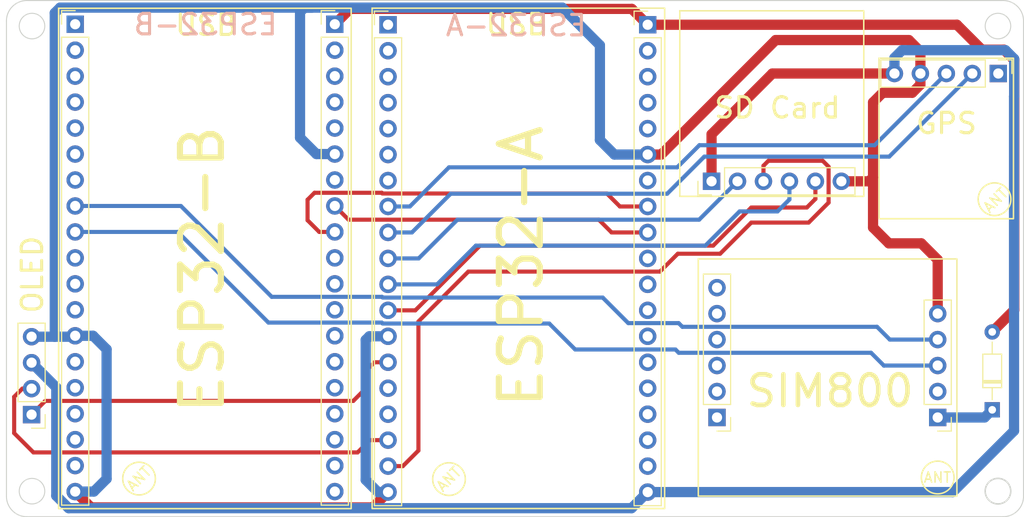
<source format=kicad_pcb>
(kicad_pcb (version 20211014) (generator pcbnew)
  (layers (0 "F.Cu" signal) (31 "B.Cu" signal) (34 "B.Paste" user) (35 "F.Paste" user) (36 "B.SilkS" user "B.Silkscreen") (37 "F.SilkS" user "F.Silkscreen") (38 "B.Mask" user) (39 "F.Mask" user) (44 "Edge.Cuts" user))
  (net 0 "")
  (net 1 "/5V")
  (net 9 "/GPS_TX")
  (net 10 "/GPS_RX")
  (net 11 "/SD_CS")
  (net 12 "/SD_CLK")
  (net 13 "/SD_MISO")
  (net 14 "/GND")
  (net 15 "/OLED_SDA")
  (net 18 "/OLED_SCL")
  (net 19 "/SD_MOSI")
  (net 25 "/A14_B27")
  (net 26 "/A27_B14")
  (net 36 "/3V3")
  (net 44 "/SIM800_TX")
  (net 45 "/SIM800_RX")
  (net 76 "Net-(D1-Pad1)")
  (footprint "Connector_PinHeader_2.54mm:PinHeader_1x05_P2.54mm_Vertical" (layer "F.Cu") (at 158.5318 34.6424 -90)
    (fp_text reference "J6" hide)
    (fp_text value "GPS" (at 4.88 5.075) (layer "F.SilkS") (effects (font (size 2 2) (thickness 0.3))))
    (fp_line (start -1.33 0) (end -1.33 -1.33) (layer "F.SilkS") (width 0.12))
    (fp_line (start -1.33 -1.33) (end 0 -1.33) (layer "F.SilkS") (width 0.12))
    (fp_line (start -1.33 1.27) (end -1.33 11.49) (layer "F.SilkS") (width 0.12))
    (fp_line (start -1.33 1.27) (end 1.33 1.27) (layer "F.SilkS") (width 0.12))
    (fp_line (start 1.33 1.27) (end 1.33 11.49) (layer "F.SilkS") (width 0.12))
    (fp_line (start -1.33 11.49) (end 1.33 11.49) (layer "F.SilkS") (width 0.12))
    (pad "1" thru_hole rect (at 0 0 270) (size 1.7 1.7) (drill 1) (layers *.Cu *.Mask))
    (pad "2" thru_hole oval (at 0 2.54 270) (size 1.7 1.7) (drill 1) (layers *.Cu *.Mask) (net 10 "/GPS_RX"))
    (pad "3" thru_hole oval (at 0 5.08 270) (size 1.7 1.7) (drill 1) (layers *.Cu *.Mask) (net 9 "/GPS_TX"))
    (pad "4" thru_hole oval (at 0 7.62 270) (size 1.7 1.7) (drill 1) (layers *.Cu *.Mask) (net 14 "/GND"))
    (pad "5" thru_hole oval (at 0 10.16 270) (size 1.7 1.7) (drill 1) (layers *.Cu *.Mask) (net 36 "/3V3"))
  )
  (footprint "Connector_PinHeader_2.54mm:PinHeader_1x06_P2.54mm_Vertical" (layer "F.Cu") (at 131.0136 68.2912 180)
    (fp_text reference "J9" hide)
    (fp_text value "SIM800" hide)
    (fp_line (start -1.33 -1.33) (end 0 -1.33) (layer "F.SilkS") (width 0.12))
    (fp_line (start -1.33 14.03) (end 1.33 14.03) (layer "F.SilkS") (width 0.12))
    (fp_line (start 1.33 1.27) (end 1.33 14.03) (layer "F.SilkS") (width 0.12))
    (fp_line (start -1.33 1.27) (end -1.33 14.03) (layer "F.SilkS") (width 0.12))
    (fp_line (start -1.33 1.27) (end 1.33 1.27) (layer "F.SilkS") (width 0.12))
    (fp_line (start -1.33 0) (end -1.33 -1.33) (layer "F.SilkS") (width 0.12))
    (pad "1" thru_hole rect (at 0 0 180) (size 1.7 1.7) (drill 1) (layers *.Cu *.Mask))
    (pad "2" thru_hole oval (at 0 2.54 180) (size 1.7 1.7) (drill 1) (layers *.Cu *.Mask))
    (pad "3" thru_hole oval (at 0 5.08 180) (size 1.7 1.7) (drill 1) (layers *.Cu *.Mask))
    (pad "4" thru_hole oval (at 0 7.62 180) (size 1.7 1.7) (drill 1) (layers *.Cu *.Mask))
    (pad "5" thru_hole oval (at 0 10.16 180) (size 1.7 1.7) (drill 1) (layers *.Cu *.Mask))
    (pad "6" thru_hole oval (at 0 12.7 180) (size 1.7 1.7) (drill 1) (layers *.Cu *.Mask))
  )
  (footprint "Connector_PinHeader_2.54mm:PinHeader_1x06_P2.54mm_Vertical" (layer "F.Cu") (at 130.4798 45.1866 90)
    (fp_text reference "J5" hide)
    (fp_text value "SD Card" (at 7.19 6.44) (layer "F.SilkS") (effects (font (size 2 2) (thickness 0.3))))
    (fp_line (start 1.33 1.27) (end 1.33 14.03) (layer "F.SilkS") (width 0.12))
    (fp_line (start -1.33 1.27) (end -1.33 14.03) (layer "F.SilkS") (width 0.12))
    (fp_line (start -1.33 1.27) (end 1.33 1.27) (layer "F.SilkS") (width 0.12))
    (fp_line (start -1.33 0) (end -1.33 -1.33) (layer "F.SilkS") (width 0.12))
    (fp_line (start -1.33 14.03) (end 1.33 14.03) (layer "F.SilkS") (width 0.12))
    (fp_line (start -1.33 -1.33) (end 0 -1.33) (layer "F.SilkS") (width 0.12))
    (pad "1" thru_hole rect (at 0 0 90) (size 1.7 1.7) (drill 1) (layers *.Cu *.Mask) (net 36 "/3V3"))
    (pad "2" thru_hole oval (at 0 2.54 90) (size 1.7 1.7) (drill 1) (layers *.Cu *.Mask) (net 11 "/SD_CS"))
    (pad "3" thru_hole oval (at 0 5.08 90) (size 1.7 1.7) (drill 1) (layers *.Cu *.Mask) (net 19 "/SD_MOSI"))
    (pad "4" thru_hole oval (at 0 7.62 90) (size 1.7 1.7) (drill 1) (layers *.Cu *.Mask) (net 12 "/SD_CLK"))
    (pad "5" thru_hole oval (at 0 10.16 90) (size 1.7 1.7) (drill 1) (layers *.Cu *.Mask) (net 13 "/SD_MISO"))
    (pad "6" thru_hole oval (at 0 12.7 90) (size 1.7 1.7) (drill 1) (layers *.Cu *.Mask) (net 14 "/GND"))
  )
  (footprint "Diode_THT:D_DO-34_SOD68_P7.62mm_Horizontal" (layer "F.Cu") (at 157.9372 67.5436 90)
    (fp_text reference "D1" hide)
    (fp_text value "85C" hide)
    (fp_line (start 2.17 -0.92) (end 2.17 0.92) (layer "F.SilkS") (width 0.12))
    (fp_line (start 2.626 -0.92) (end 2.626 0.92) (layer "F.SilkS") (width 0.12))
    (fp_line (start 5.45 0.92) (end 5.45 -0.92) (layer "F.SilkS") (width 0.12))
    (fp_line (start 2.17 0.92) (end 5.45 0.92) (layer "F.SilkS") (width 0.12))
    (fp_line (start 6.63 0) (end 5.45 0) (layer "F.SilkS") (width 0.12))
    (fp_line (start 5.45 -0.92) (end 2.17 -0.92) (layer "F.SilkS") (width 0.12))
    (fp_line (start 0.99 0) (end 2.17 0) (layer "F.SilkS") (width 0.12))
    (fp_line (start 2.746 -0.92) (end 2.746 0.92) (layer "F.SilkS") (width 0.12))
    (fp_line (start 2.866 -0.92) (end 2.866 0.92) (layer "F.SilkS") (width 0.12))
    (pad "1" thru_hole rect (at 0 0 90) (size 1.5 1.5) (drill 0.75) (layers *.Cu *.Mask) (net 76 "Net-(D1-Pad1)"))
    (pad "2" thru_hole oval (at 7.62 0 90) (size 1.5 1.5) (drill 0.75) (layers *.Cu *.Mask) (net 1 "/5V"))
  )
  (footprint "Connector_PinHeader_2.54mm:PinHeader_1x19_P2.54mm_Vertical" (layer "F.Cu") (at 98.8314 29.8704)
    (fp_text reference "J1" hide)
    (fp_text value "ESP32_A" hide)
    (fp_line (start 1.33 1.27) (end 1.33 47.05) (layer "F.SilkS") (width 0.12))
    (fp_line (start -1.33 -1.33) (end 0 -1.33) (layer "F.SilkS") (width 0.12))
    (fp_line (start -1.33 1.27) (end 1.33 1.27) (layer "F.SilkS") (width 0.12))
    (fp_line (start -1.33 47.05) (end 1.33 47.05) (layer "F.SilkS") (width 0.12))
    (fp_line (start -1.33 1.27) (end -1.33 47.05) (layer "F.SilkS") (width 0.12))
    (fp_line (start -1.33 0) (end -1.33 -1.33) (layer "F.SilkS") (width 0.12))
    (pad "1" thru_hole rect (at 0 0) (size 1.7 1.7) (drill 1) (layers *.Cu *.Mask))
    (pad "2" thru_hole oval (at 0 2.54) (size 1.7 1.7) (drill 1) (layers *.Cu *.Mask))
    (pad "3" thru_hole oval (at 0 5.08) (size 1.7 1.7) (drill 1) (layers *.Cu *.Mask))
    (pad "4" thru_hole oval (at 0 7.62) (size 1.7 1.7) (drill 1) (layers *.Cu *.Mask))
    (pad "5" thru_hole oval (at 0 10.16) (size 1.7 1.7) (drill 1) (layers *.Cu *.Mask))
    (pad "6" thru_hole oval (at 0 12.7) (size 1.7 1.7) (drill 1) (layers *.Cu *.Mask))
    (pad "7" thru_hole oval (at 0 15.24) (size 1.7 1.7) (drill 1) (layers *.Cu *.Mask))
    (pad "8" thru_hole oval (at 0 17.78) (size 1.7 1.7) (drill 1) (layers *.Cu *.Mask) (net 9 "/GPS_TX"))
    (pad "9" thru_hole oval (at 0 20.32) (size 1.7 1.7) (drill 1) (layers *.Cu *.Mask) (net 10 "/GPS_RX"))
    (pad "10" thru_hole oval (at 0 22.86) (size 1.7 1.7) (drill 1) (layers *.Cu *.Mask) (net 11 "/SD_CS"))
    (pad "11" thru_hole oval (at 0 25.4) (size 1.7 1.7) (drill 1) (layers *.Cu *.Mask) (net 12 "/SD_CLK"))
    (pad "12" thru_hole oval (at 0 27.94) (size 1.7 1.7) (drill 1) (layers *.Cu *.Mask) (net 13 "/SD_MISO"))
    (pad "13" thru_hole oval (at 0 30.48) (size 1.7 1.7) (drill 1) (layers *.Cu *.Mask) (net 14 "/GND"))
    (pad "14" thru_hole oval (at 0 33.02) (size 1.7 1.7) (drill 1) (layers *.Cu *.Mask) (net 15 "/OLED_SDA"))
    (pad "15" thru_hole oval (at 0 35.56) (size 1.7 1.7) (drill 1) (layers *.Cu *.Mask))
    (pad "16" thru_hole oval (at 0 38.1) (size 1.7 1.7) (drill 1) (layers *.Cu *.Mask))
    (pad "17" thru_hole oval (at 0 40.64) (size 1.7 1.7) (drill 1) (layers *.Cu *.Mask) (net 18 "/OLED_SCL"))
    (pad "18" thru_hole oval (at 0 43.18) (size 1.7 1.7) (drill 1) (layers *.Cu *.Mask) (net 19 "/SD_MOSI"))
    (pad "19" thru_hole oval (at 0 45.72) (size 1.7 1.7) (drill 1) (layers *.Cu *.Mask) (net 14 "/GND"))
  )
  (footprint "Connector_PinHeader_2.54mm:PinHeader_1x05_P2.54mm_Vertical" (layer "F.Cu") (at 152.6036 68.2912 180)
    (fp_text reference "J8" hide)
    (fp_text value "SIM800" hide)
    (fp_line (start -1.33 1.27) (end 1.33 1.27) (layer "F.SilkS") (width 0.12))
    (fp_line (start 1.33 1.27) (end 1.33 11.49) (layer "F.SilkS") (width 0.12))
    (fp_line (start -1.33 1.27) (end -1.33 11.49) (layer "F.SilkS") (width 0.12))
    (fp_line (start -1.33 11.49) (end 1.33 11.49) (layer "F.SilkS") (width 0.12))
    (fp_line (start -1.33 -1.33) (end 0 -1.33) (layer "F.SilkS") (width 0.12))
    (fp_line (start -1.33 0) (end -1.33 -1.33) (layer "F.SilkS") (width 0.12))
    (pad "1" thru_hole rect (at 0 0 180) (size 1.7 1.7) (drill 1) (layers *.Cu *.Mask) (net 76 "Net-(D1-Pad1)"))
    (pad "2" thru_hole oval (at 0 2.54 180) (size 1.7 1.7) (drill 1) (layers *.Cu *.Mask))
    (pad "3" thru_hole oval (at 0 5.08 180) (size 1.7 1.7) (drill 1) (layers *.Cu *.Mask) (net 45 "/SIM800_RX"))
    (pad "4" thru_hole oval (at 0 7.62 180) (size 1.7 1.7) (drill 1) (layers *.Cu *.Mask) (net 44 "/SIM800_TX"))
    (pad "5" thru_hole oval (at 0 10.16 180) (size 1.7 1.7) (drill 1) (layers *.Cu *.Mask) (net 14 "/GND"))
  )
  (footprint "Connector_PinHeader_2.54mm:PinHeader_1x19_P2.54mm_Vertical" (layer "F.Cu") (at 93.6244 29.8196)
    (fp_text reference "J4" hide)
    (fp_text value "ESP32_B" hide)
    (fp_line (start -1.33 -1.33) (end 0 -1.33) (layer "F.SilkS") (width 0.12))
    (fp_line (start -1.33 1.27) (end -1.33 47.05) (layer "F.SilkS") (width 0.12))
    (fp_line (start -1.33 0) (end -1.33 -1.33) (layer "F.SilkS") (width 0.12))
    (fp_line (start 1.33 1.27) (end 1.33 47.05) (layer "F.SilkS") (width 0.12))
    (fp_line (start -1.33 1.27) (end 1.33 1.27) (layer "F.SilkS") (width 0.12))
    (fp_line (start -1.33 47.05) (end 1.33 47.05) (layer "F.SilkS") (width 0.12))
    (pad "1" thru_hole rect (at 0 0) (size 1.7 1.7) (drill 1) (layers *.Cu *.Mask) (net 1 "/5V"))
    (pad "2" thru_hole oval (at 0 2.54) (size 1.7 1.7) (drill 1) (layers *.Cu *.Mask))
    (pad "3" thru_hole oval (at 0 5.08) (size 1.7 1.7) (drill 1) (layers *.Cu *.Mask))
    (pad "4" thru_hole oval (at 0 7.62) (size 1.7 1.7) (drill 1) (layers *.Cu *.Mask))
    (pad "5" thru_hole oval (at 0 10.16) (size 1.7 1.7) (drill 1) (layers *.Cu *.Mask))
    (pad "6" thru_hole oval (at 0 12.7) (size 1.7 1.7) (drill 1) (layers *.Cu *.Mask) (net 14 "/GND"))
    (pad "7" thru_hole oval (at 0 15.24) (size 1.7 1.7) (drill 1) (layers *.Cu *.Mask))
    (pad "8" thru_hole oval (at 0 17.78) (size 1.7 1.7) (drill 1) (layers *.Cu *.Mask) (net 26 "/A27_B14"))
    (pad "9" thru_hole oval (at 0 20.32) (size 1.7 1.7) (drill 1) (layers *.Cu *.Mask) (net 25 "/A14_B27"))
    (pad "10" thru_hole oval (at 0 22.86) (size 1.7 1.7) (drill 1) (layers *.Cu *.Mask))
    (pad "11" thru_hole oval (at 0 25.4) (size 1.7 1.7) (drill 1) (layers *.Cu *.Mask))
    (pad "12" thru_hole oval (at 0 27.94) (size 1.7 1.7) (drill 1) (layers *.Cu *.Mask))
    (pad "13" thru_hole oval (at 0 30.48) (size 1.7 1.7) (drill 1) (layers *.Cu *.Mask))
    (pad "14" thru_hole oval (at 0 33.02) (size 1.7 1.7) (drill 1) (layers *.Cu *.Mask))
    (pad "15" thru_hole oval (at 0 35.56) (size 1.7 1.7) (drill 1) (layers *.Cu *.Mask))
    (pad "16" thru_hole oval (at 0 38.1) (size 1.7 1.7) (drill 1) (layers *.Cu *.Mask))
    (pad "17" thru_hole oval (at 0 40.64) (size 1.7 1.7) (drill 1) (layers *.Cu *.Mask))
    (pad "18" thru_hole oval (at 0 43.18) (size 1.7 1.7) (drill 1) (layers *.Cu *.Mask))
    (pad "19" thru_hole oval (at 0 45.72) (size 1.7 1.7) (drill 1) (layers *.Cu *.Mask))
  )
  (footprint "Connector_PinHeader_2.54mm:PinHeader_1x04_P2.54mm_Vertical" (layer "F.Cu") (at 63.9572 68.0112 180)
    (fp_text reference "J7" hide)
    (fp_text value "OLED")
    (fp_line (start 1.33 1.27) (end 1.33 8.95) (layer "F.SilkS") (width 0.12))
    (fp_line (start -1.33 1.27) (end 1.33 1.27) (layer "F.SilkS") (width 0.12))
    (fp_line (start -1.33 -1.33) (end 0 -1.33) (layer "F.SilkS") (width 0.12))
    (fp_line (start -1.33 0) (end -1.33 -1.33) (layer "F.SilkS") (width 0.12))
    (fp_line (start -1.33 1.27) (end -1.33 8.95) (layer "F.SilkS") (width 0.12))
    (fp_line (start -1.33 8.95) (end 1.33 8.95) (layer "F.SilkS") (width 0.12))
    (pad "1" thru_hole rect (at 0 0 180) (size 1.7 1.7) (drill 1) (layers *.Cu *.Mask) (net 15 "/OLED_SDA"))
    (pad "2" thru_hole oval (at 0 2.54 180) (size 1.7 1.7) (drill 1) (layers *.Cu *.Mask) (net 18 "/OLED_SCL"))
    (pad "3" thru_hole oval (at 0 5.08 180) (size 1.7 1.7) (drill 1) (layers *.Cu *.Mask) (net 36 "/3V3"))
    (pad "4" thru_hole oval (at 0 7.62 180) (size 1.7 1.7) (drill 1) (layers *.Cu *.Mask) (net 14 "/GND"))
  )
  (footprint "Connector_PinHeader_2.54mm:PinHeader_1x19_P2.54mm_Vertical" (layer "F.Cu") (at 68.2244 29.8196)
    (fp_text reference "J3" hide)
    (fp_text value "ESP32_B" hide)
    (fp_line (start 1.33 1.27) (end 1.33 47.05) (layer "F.SilkS") (width 0.12))
    (fp_line (start -1.33 47.05) (end 1.33 47.05) (layer "F.SilkS") (width 0.12))
    (fp_line (start -1.33 -1.33) (end 0 -1.33) (layer "F.SilkS") (width 0.12))
    (fp_line (start -1.33 1.27) (end -1.33 47.05) (layer "F.SilkS") (width 0.12))
    (fp_line (start -1.33 1.27) (end 1.33 1.27) (layer "F.SilkS") (width 0.12))
    (fp_line (start -1.33 0) (end -1.33 -1.33) (layer "F.SilkS") (width 0.12))
    (pad "1" thru_hole rect (at 0 0) (size 1.7 1.7) (drill 1) (layers *.Cu *.Mask))
    (pad "2" thru_hole oval (at 0 2.54) (size 1.7 1.7) (drill 1) (layers *.Cu *.Mask))
    (pad "3" thru_hole oval (at 0 5.08) (size 1.7 1.7) (drill 1) (layers *.Cu *.Mask))
    (pad "4" thru_hole oval (at 0 7.62) (size 1.7 1.7) (drill 1) (layers *.Cu *.Mask))
    (pad "5" thru_hole oval (at 0 10.16) (size 1.7 1.7) (drill 1) (layers *.Cu *.Mask))
    (pad "6" thru_hole oval (at 0 12.7) (size 1.7 1.7) (drill 1) (layers *.Cu *.Mask))
    (pad "7" thru_hole oval (at 0 15.24) (size 1.7 1.7) (drill 1) (layers *.Cu *.Mask))
    (pad "8" thru_hole oval (at 0 17.78) (size 1.7 1.7) (drill 1) (layers *.Cu *.Mask) (net 44 "/SIM800_TX"))
    (pad "9" thru_hole oval (at 0 20.32) (size 1.7 1.7) (drill 1) (layers *.Cu *.Mask) (net 45 "/SIM800_RX"))
    (pad "10" thru_hole oval (at 0 22.86) (size 1.7 1.7) (drill 1) (layers *.Cu *.Mask))
    (pad "11" thru_hole oval (at 0 25.4) (size 1.7 1.7) (drill 1) (layers *.Cu *.Mask))
    (pad "12" thru_hole oval (at 0 27.94) (size 1.7 1.7) (drill 1) (layers *.Cu *.Mask))
    (pad "13" thru_hole oval (at 0 30.48) (size 1.7 1.7) (drill 1) (layers *.Cu *.Mask) (net 14 "/GND"))
    (pad "14" thru_hole oval (at 0 33.02) (size 1.7 1.7) (drill 1) (layers *.Cu *.Mask))
    (pad "15" thru_hole oval (at 0 35.56) (size 1.7 1.7) (drill 1) (layers *.Cu *.Mask))
    (pad "16" thru_hole oval (at 0 38.1) (size 1.7 1.7) (drill 1) (layers *.Cu *.Mask))
    (pad "17" thru_hole oval (at 0 40.64) (size 1.7 1.7) (drill 1) (layers *.Cu *.Mask))
    (pad "18" thru_hole oval (at 0 43.18) (size 1.7 1.7) (drill 1) (layers *.Cu *.Mask))
    (pad "19" thru_hole oval (at 0 45.72) (size 1.7 1.7) (drill 1) (layers *.Cu *.Mask) (net 14 "/GND"))
  )
  (footprint "Connector_PinHeader_2.54mm:PinHeader_1x19_P2.54mm_Vertical" (layer "F.Cu") (at 124.2314 29.8704)
    (fp_text reference "J2" hide)
    (fp_text value "ESP32_A" hide)
    (fp_line (start -1.33 -1.33) (end 0 -1.33) (layer "F.SilkS") (width 0.12))
    (fp_line (start -1.33 47.05) (end 1.33 47.05) (layer "F.SilkS") (width 0.12))
    (fp_line (start -1.33 1.27) (end 1.33 1.27) (layer "F.SilkS") (width 0.12))
    (fp_line (start 1.33 1.27) (end 1.33 47.05) (layer "F.SilkS") (width 0.12))
    (fp_line (start -1.33 0) (end -1.33 -1.33) (layer "F.SilkS") (width 0.12))
    (fp_line (start -1.33 1.27) (end -1.33 47.05) (layer "F.SilkS") (width 0.12))
    (pad "1" thru_hole rect (at 0 0) (size 1.7 1.7) (drill 1) (layers *.Cu *.Mask) (net 1 "/5V"))
    (pad "2" thru_hole oval (at 0 2.54) (size 1.7 1.7) (drill 1) (layers *.Cu *.Mask))
    (pad "3" thru_hole oval (at 0 5.08) (size 1.7 1.7) (drill 1) (layers *.Cu *.Mask))
    (pad "4" thru_hole oval (at 0 7.62) (size 1.7 1.7) (drill 1) (layers *.Cu *.Mask))
    (pad "5" thru_hole oval (at 0 10.16) (size 1.7 1.7) (drill 1) (layers *.Cu *.Mask))
    (pad "6" thru_hole oval (at 0 12.7) (size 1.7 1.7) (drill 1) (layers *.Cu *.Mask) (net 14 "/GND"))
    (pad "7" thru_hole oval (at 0 15.24) (size 1.7 1.7) (drill 1) (layers *.Cu *.Mask))
    (pad "8" thru_hole oval (at 0 17.78) (size 1.7 1.7) (drill 1) (layers *.Cu *.Mask) (net 25 "/A14_B27"))
    (pad "9" thru_hole oval (at 0 20.32) (size 1.7 1.7) (drill 1) (layers *.Cu *.Mask) (net 26 "/A27_B14"))
    (pad "10" thru_hole oval (at 0 22.86) (size 1.7 1.7) (drill 1) (layers *.Cu *.Mask))
    (pad "11" thru_hole oval (at 0 25.4) (size 1.7 1.7) (drill 1) (layers *.Cu *.Mask))
    (pad "12" thru_hole oval (at 0 27.94) (size 1.7 1.7) (drill 1) (layers *.Cu *.Mask))
    (pad "13" thru_hole oval (at 0 30.48) (size 1.7 1.7) (drill 1) (layers *.Cu *.Mask))
    (pad "14" thru_hole oval (at 0 33.02) (size 1.7 1.7) (drill 1) (layers *.Cu *.Mask))
    (pad "15" thru_hole oval (at 0 35.56) (size 1.7 1.7) (drill 1) (layers *.Cu *.Mask))
    (pad "16" thru_hole oval (at 0 38.1) (size 1.7 1.7) (drill 1) (layers *.Cu *.Mask))
    (pad "17" thru_hole oval (at 0 40.64) (size 1.7 1.7) (drill 1) (layers *.Cu *.Mask))
    (pad "18" thru_hole oval (at 0 43.18) (size 1.7 1.7) (drill 1) (layers *.Cu *.Mask))
    (pad "19" thru_hole oval (at 0 45.72) (size 1.7 1.7) (drill 1) (layers *.Cu *.Mask) (net 36 "/3V3"))
  )
  (gr_circle (center 152.6036 74.1612) (end 151.0036 74.1612) (layer "F.SilkS") (width 0.15) (fill none))
  (gr_circle (center 104.795 74.3204) (end 103.195 74.3204) (layer "F.SilkS") (width 0.15) (fill none))
  (gr_circle (center 158.1658 46.9392) (end 159.7658 46.9392) (layer "F.SilkS") (width 0.15) (fill none))
  (gr_rect (start 154.4836 75.9812) (end 129.1836 52.7812) (layer "F.SilkS") (width 0.15) (fill none))
  (gr_rect (start 160.0168 33.1442) (end 146.866 48.8442) (layer "F.SilkS") (width 0.15) (fill none))
  (gr_rect (start 127.3698 46.659) (end 145.3698 28.5066) (layer "F.SilkS") (width 0.15) (fill none))
  (gr_rect (start 66.6044 28.2596) (end 95.2244 77.2096) (layer "F.SilkS") (width 0.15) (fill none))
  (gr_circle (center 74.4728 74.2696) (end 72.8728 74.2696) (layer "F.SilkS") (width 0.15) (fill none))
  (gr_rect (start 97.2714 28.2504) (end 125.8914 77.2004) (layer "F.SilkS") (width 0.15) (fill none))
  (gr_circle (center 64 75.5) (end 65.25 75.5) (layer "Edge.Cuts") (width 0.1) (fill none))
  (gr_arc (start 61.5 29.5) (mid 62.085786 28.085786) (end 63.5 27.5) (layer "Edge.Cuts") (width 0.1))
  (gr_line (start 63.5 78) (end 159 78) (layer "Edge.Cuts") (width 0.1))
  (gr_arc (start 159 27.5) (mid 160.414214 28.085786) (end 161 29.5) (layer "Edge.Cuts") (width 0.1))
  (gr_circle (center 158.5 30) (end 159.75 30) (layer "Edge.Cuts") (width 0.1) (fill none))
  (gr_circle (center 64 30) (end 65.25 30) (layer "Edge.Cuts") (width 0.1) (fill none))
  (gr_line (start 63.5 27.5) (end 159 27.5) (layer "Edge.Cuts") (width 0.1))
  (gr_arc (start 63.5 78) (mid 62.085786 77.414214) (end 61.5 76) (layer "Edge.Cuts") (width 0.1))
  (gr_line (start 61.5 29.5) (end 61.5 76) (layer "Edge.Cuts") (width 0.1))
  (gr_line (start 161 29.5) (end 161 76) (layer "Edge.Cuts") (width 0.1))
  (gr_circle (center 158.5 75.5) (end 159.75 75.5) (layer "Edge.Cuts") (width 0.15) (fill none))
  (gr_arc (start 161 76) (mid 160.414214 77.414214) (end 159 78) (layer "Edge.Cuts") (width 0.1))
  (gr_text "ESP32-B" (at 80.9744 29.8496) (layer "B.SilkS") (effects (font (size 2 2) (thickness 0.3)) (justify mirror)))
  (gr_text "ESP32-A" (at 111.3614 29.9504) (layer "B.SilkS") (effects (font (size 2 2) (thickness 0.3)) (justify mirror)))
  (gr_text "ANT" (at 152.5836 74.1612) (layer "F.SilkS") (effects (font (size 1 1))))
  (gr_text "ANT" (at 158.2674 47.0408 45) (layer "F.SilkS") (effects (font (size 1 1))))
  (gr_text "USB" (at 81.0344 29.9096) (layer "F.SilkS") (effects (font (size 2 2) (thickness 0.3))))
  (gr_text "ANT" (at 74.4528 74.2696 45) (layer "F.SilkS") (effects (font (size 1 1))))
  (gr_text "ESP32-A" (at 111.8514 53.5104 90) (layer "F.SilkS") (effects (font (size 4 4) (thickness 0.6))))
  (gr_text "OLED" (at 64.0334 54.3052 90) (layer "F.SilkS") (effects (font (size 2 2) (thickness 0.3))))
  (gr_text "SIM800" (at 142.0736 65.7012) (layer "F.SilkS") (effects (font (size 3 3) (thickness 0.45))))
  (gr_text "ESP32-B" (at 80.6544 53.8096 90) (layer "F.SilkS") (effects (font (size 4 4) (thickness 0.6))))
  (gr_text "USB" (at 111.4214 29.8504) (layer "F.SilkS") (effects (font (size 2 2) (thickness 0.3))))
  (gr_text "ANT" (at 104.775 74.3204 45) (layer "F.SilkS") (effects (font (size 1 1))))
  (segment (start 160.0962 33.3248) (end 160.0962 57.7646) (width 1) (layer "F.Cu") (net 1))
  (segment (start 93.6244 29.8196) (end 95.123111 28.320889) (width 1) (layer "F.Cu") (net 1))
  (segment (start 160.0962 57.7646) (end 157.9372 59.9236) (width 1) (layer "F.Cu") (net 1))
  (segment (start 154.4828 29.8704) (end 156.9212 32.3088) (width 1) (layer "F.Cu") (net 1))
  (segment (start 156.9212 32.3088) (end 159.0802 32.3088) (width 1) (layer "F.Cu") (net 1))
  (segment (start 122.681889 28.320889) (end 124.2314 29.8704) (width 1) (layer "F.Cu") (net 1))
  (segment (start 124.2314 29.8704) (end 154.4828 29.8704) (width 1) (layer "F.Cu") (net 1))
  (segment (start 95.123111 28.320889) (end 122.681889 28.320889) (width 1) (layer "F.Cu") (net 1))
  (segment (start 159.0802 32.3088) (end 160.0962 33.3248) (width 1) (layer "F.Cu") (net 1))
  (segment (start 100.965 47.6504) (end 98.8314 47.6504) (width 0.4) (layer "B.Cu") (net 9))
  (segment (start 146.4382 41.656) (end 129.286 41.656) (width 0.4) (layer "B.Cu") (net 9))
  (segment (start 129.286 41.656) (end 127.122089 43.819911) (width 0.4) (layer "B.Cu") (net 9))
  (segment (start 127.122089 43.819911) (end 104.795489 43.819911) (width 0.4) (layer "B.Cu") (net 9))
  (segment (start 153.4518 34.6424) (end 146.4382 41.656) (width 0.4) (layer "B.Cu") (net 9))
  (segment (start 104.795489 43.819911) (end 100.965 47.6504) (width 0.4) (layer "B.Cu") (net 9))
  (segment (start 147.8606 42.7736) (end 129.7686 42.7736) (width 0.4) (layer "B.Cu") (net 10))
  (segment (start 129.7686 42.7736) (end 126.141311 46.400889) (width 0.4) (layer "B.Cu") (net 10))
  (segment (start 101.1682 50.1904) (end 98.8314 50.1904) (width 0.4) (layer "B.Cu") (net 10))
  (segment (start 155.9918 34.6424) (end 147.8606 42.7736) (width 0.4) (layer "B.Cu") (net 10))
  (segment (start 104.957711 46.400889) (end 101.1682 50.1904) (width 0.4) (layer "B.Cu") (net 10))
  (segment (start 126.141311 46.400889) (end 104.957711 46.400889) (width 0.4) (layer "B.Cu") (net 10))
  (segment (start 105.618111 48.940889) (end 101.8286 52.7304) (width 0.4) (layer "B.Cu") (net 11))
  (segment (start 129.265511 48.940889) (end 105.618111 48.940889) (width 0.4) (layer "B.Cu") (net 11))
  (segment (start 133.0198 45.1866) (end 129.265511 48.940889) (width 0.4) (layer "B.Cu") (net 11))
  (segment (start 101.8286 52.7304) (end 98.8314 52.7304) (width 0.4) (layer "B.Cu") (net 11))
  (segment (start 107.421511 51.480889) (end 129.875111 51.480889) (width 0.4) (layer "B.Cu") (net 12))
  (segment (start 103.632 55.2704) (end 107.421511 51.480889) (width 0.4) (layer "B.Cu") (net 12))
  (segment (start 138.0998 46.9646) (end 138.0998 45.1866) (width 0.4) (layer "B.Cu") (net 12))
  (segment (start 136.9314 48.133) (end 138.0998 46.9646) (width 0.4) (layer "B.Cu") (net 12))
  (segment (start 133.223 48.133) (end 136.9314 48.133) (width 0.4) (layer "B.Cu") (net 12))
  (segment (start 98.8314 55.2704) (end 103.632 55.2704) (width 0.4) (layer "B.Cu") (net 12))
  (segment (start 129.875111 51.480889) (end 133.223 48.133) (width 0.4) (layer "B.Cu") (net 12))
  (segment (start 130.637111 51.480889) (end 134.366 47.752) (width 0.4) (layer "F.Cu") (net 13))
  (segment (start 140.6398 46.9138) (end 140.6398 45.1866) (width 0.4) (layer "F.Cu") (net 13))
  (segment (start 134.366 47.752) (end 139.8016 47.752) (width 0.4) (layer "F.Cu") (net 13))
  (segment (start 107.827911 51.480889) (end 130.637111 51.480889) (width 0.4) (layer "F.Cu") (net 13))
  (segment (start 98.8314 57.8104) (end 101.4984 57.8104) (width 0.4) (layer "F.Cu") (net 13))
  (segment (start 139.8016 47.752) (end 140.6398 46.9138) (width 0.4) (layer "F.Cu") (net 13))
  (segment (start 101.4984 57.8104) (end 107.827911 51.480889) (width 0.4) (layer "F.Cu") (net 13))
  (segment (start 146.2786 49.7078) (end 147.828 51.2572) (width 1) (layer "F.Cu") (net 14))
  (segment (start 146.2786 37.465) (end 147.2184 36.5252) (width 1) (layer "F.Cu") (net 14))
  (segment (start 151.003 51.2572) (end 152.6036 52.8578) (width 1) (layer "F.Cu") (net 14))
  (segment (start 146.2786 44.8056) (end 146.2786 37.465) (width 1) (layer "F.Cu") (net 14))
  (segment (start 149.7838 31.369) (end 150.9118 32.497) (width 1) (layer "F.Cu") (net 14))
  (segment (start 143.1798 45.1866) (end 145.8976 45.1866) (width 1) (layer "F.Cu") (net 14))
  (segment (start 147.828 51.2572) (end 151.003 51.2572) (width 1) (layer "F.Cu") (net 14))
  (segment (start 145.8976 45.1866) (end 146.2786 44.8056) (width 1) (layer "F.Cu") (net 14))
  (segment (start 150.9118 35.7274) (end 150.9118 34.6424) (width 1) (layer "F.Cu") (net 14))
  (segment (start 150.114 36.5252) (end 150.9118 35.7274) (width 1) (layer "F.Cu") (net 14))
  (segment (start 146.2786 44.8056) (end 146.2786 49.7078) (width 1) (layer "F.Cu") (net 14))
  (segment (start 97.332689 77.089111) (end 98.8314 75.5904) (width 1) (layer "F.Cu") (net 14))
  (segment (start 150.9118 32.497) (end 150.9118 34.6424) (width 1) (layer "F.Cu") (net 14))
  (segment (start 152.6036 58.1312) (end 152.6036 52.8578) (width 1) (layer "F.Cu") (net 14))
  (segment (start 147.2184 36.5252) (end 150.114 36.5252) (width 1) (layer "F.Cu") (net 14))
  (segment (start 136.7536 31.369) (end 149.7838 31.369) (width 1) (layer "F.Cu") (net 14))
  (segment (start 124.2314 42.5704) (end 125.5522 42.5704) (width 1) (layer "F.Cu") (net 14))
  (segment (start 69.773911 77.089111) (end 97.332689 77.089111) (width 1) (layer "F.Cu") (net 14))
  (segment (start 68.2244 75.5396) (end 69.773911 77.089111) (width 1) (layer "F.Cu") (net 14))
  (segment (start 125.5522 42.5704) (end 136.7536 31.369) (width 1) (layer "F.Cu") (net 14))
  (segment (start 96.647 74.3966) (end 97.8408 75.5904) (width 1) (layer "B.Cu") (net 14))
  (segment (start 96.647 60.706) (end 96.647 74.3966) (width 1) (layer "B.Cu") (net 14))
  (segment (start 120.9802 42.5704) (end 124.2314 42.5704) (width 1) (layer "B.Cu") (net 14))
  (segment (start 69.977 60.2996) (end 68.2244 60.2996) (width 1) (layer "B.Cu") (net 14))
  (segment (start 66.2278 60.3912) (end 68.1328 60.3912) (width 1) (layer "B.Cu") (net 14))
  (segment (start 119.5578 41.148) (end 120.9802 42.5704) (width 1) (layer "B.Cu") (net 14))
  (segment (start 68.1328 60.3912) (end 68.2244 60.2996) (width 1) (layer "B.Cu") (net 14))
  (segment (start 71.2978 61.6204) (end 69.977 60.2996) (width 1) (layer "B.Cu") (net 14))
  (segment (start 71.2978 74.295) (end 71.2978 61.6204) (width 1) (layer "B.Cu") (net 14))
  (segment (start 66.2278 60.3912) (end 66.2278 28.717178) (width 1) (layer "B.Cu") (net 14))
  (segment (start 66.750978 28.194) (end 91.4146 28.194) (width 1) (layer "B.Cu") (net 14))
  (segment (start 98.8314 60.3504) (end 97.0026 60.3504) (width 1) (layer "B.Cu") (net 14))
  (segment (start 115.8748 28.194) (end 119.5578 31.877) (width 1) (layer "B.Cu") (net 14))
  (segment (start 90.2208 28.6258) (end 90.6526 28.194) (width 1) (layer "B.Cu") (net 14))
  (segment (start 90.6526 28.194) (end 115.8748 28.194) (width 1) (layer "B.Cu") (net 14))
  (segment (start 97.0026 60.3504) (end 96.647 60.706) (width 1) (layer "B.Cu") (net 14))
  (segment (start 119.5578 31.877) (end 119.5578 41.148) (width 1) (layer "B.Cu") (net 14))
  (segment (start 93.6244 42.5196) (end 91.821 42.5196) (width 1) (layer "B.Cu") (net 14))
  (segment (start 68.2244 75.5396) (end 70.0532 75.5396) (width 1) (layer "B.Cu") (net 14))
  (segment (start 66.2278 28.717178) (end 66.750978 28.194) (width 1) (layer "B.Cu") (net 14))
  (segment (start 90.2208 40.9194) (end 90.2208 28.6258) (width 1) (layer "B.Cu") (net 14))
  (segment (start 97.8408 75.5904) (end 98.8314 75.5904) (width 1) (layer "B.Cu") (net 14))
  (segment (start 70.0532 75.5396) (end 71.2978 74.295) (width 1) (layer "B.Cu") (net 14))
  (segment (start 63.9572 60.3912) (end 66.2278 60.3912) (width 1) (layer "B.Cu") (net 14))
  (segment (start 91.821 42.5196) (end 90.2208 40.9194) (width 1) (layer "B.Cu") (net 14))
  (segment (start 95.432711 66.670089) (end 96.4692 65.6336) (width 0.4) (layer "F.Cu") (net 15))
  (segment (start 65.298311 66.670089) (end 95.432711 66.670089) (width 0.4) (layer "F.Cu") (net 15))
  (segment (start 96.4692 63.9318) (end 97.5106 62.8904) (width 0.4) (layer "F.Cu") (net 15))
  (segment (start 63.9572 68.0112) (end 65.298311 66.670089) (width 0.4) (layer "F.Cu") (net 15))
  (segment (start 97.5106 62.8904) (end 98.8314 62.8904) (width 0.4) (layer "F.Cu") (net 15))
  (segment (start 96.4692 65.6336) (end 96.4692 63.9318) (width 0.4) (layer "F.Cu") (net 15))
  (segment (start 97.0534 70.5104) (end 98.8314 70.5104) (width 0.4) (layer "F.Cu") (net 18))
  (segment (start 63.9572 65.4712) (end 63.0528 65.4712) (width 0.4) (layer "F.Cu") (net 18))
  (segment (start 63.0528 65.4712) (end 62.2554 66.2686) (width 0.4) (layer "F.Cu") (net 18))
  (segment (start 64.139911 71.709111) (end 95.854689 71.709111) (width 0.4) (layer "F.Cu") (net 18))
  (segment (start 62.2554 66.2686) (end 62.2554 69.8246) (width 0.4) (layer "F.Cu") (net 18))
  (segment (start 95.854689 71.709111) (end 97.0534 70.5104) (width 0.4) (layer "F.Cu") (net 18))
  (segment (start 62.2554 69.8246) (end 64.139911 71.709111) (width 0.4) (layer "F.Cu") (net 18))
  (segment (start 131.318 52.2732) (end 134.366 49.2252) (width 0.4) (layer "F.Cu") (net 19))
  (segment (start 127.1778 52.2732) (end 131.318 52.2732) (width 0.4) (layer "F.Cu") (net 19))
  (segment (start 136.0424 43.18) (end 135.5598 43.6626) (width 0.4) (layer "F.Cu") (net 19))
  (segment (start 101.8032 58.9026) (end 106.684911 54.020889) (width 0.4) (layer "F.Cu") (net 19))
  (segment (start 141.351 43.18) (end 136.0424 43.18) (width 0.4) (layer "F.Cu") (net 19))
  (segment (start 100.2792 73.0504) (end 101.8032 71.5264) (width 0.4) (layer "F.Cu") (net 19))
  (segment (start 101.8032 71.5264) (end 101.8032 58.9026) (width 0.4) (layer "F.Cu") (net 19))
  (segment (start 98.8314 73.0504) (end 100.2792 73.0504) (width 0.4) (layer "F.Cu") (net 19))
  (segment (start 135.5598 43.6626) (end 135.5598 45.1866) (width 0.4) (layer "F.Cu") (net 19))
  (segment (start 141.930289 43.759289) (end 141.351 43.18) (width 0.4) (layer "F.Cu") (net 19))
  (segment (start 141.930289 47.274311) (end 141.930289 43.759289) (width 0.4) (layer "F.Cu") (net 19))
  (segment (start 139.9794 49.2252) (end 141.930289 47.274311) (width 0.4) (layer "F.Cu") (net 19))
  (segment (start 134.366 49.2252) (end 139.9794 49.2252) (width 0.4) (layer "F.Cu") (net 19))
  (segment (start 106.684911 54.020889) (end 125.430111 54.020889) (width 0.4) (layer "F.Cu") (net 19))
  (segment (start 125.430111 54.020889) (end 127.1778 52.2732) (width 0.4) (layer "F.Cu") (net 19))
  (segment (start 98.288178 46.3804) (end 120.2436 46.3804) (width 0.4) (layer "F.Cu") (net 25))
  (segment (start 121.5136 47.6504) (end 124.2314 47.6504) (width 0.4) (layer "F.Cu") (net 25))
  (segment (start 92.1004 50.1396) (end 90.9574 48.9966) (width 0.4) (layer "F.Cu") (net 25))
  (segment (start 120.2436 46.3804) (end 121.5136 47.6504) (width 0.4) (layer "F.Cu") (net 25))
  (segment (start 90.9574 48.9966) (end 90.9574 46.99) (width 0.4) (layer "F.Cu") (net 25))
  (segment (start 98.216889 46.309111) (end 98.288178 46.3804) (width 0.4) (layer "F.Cu") (net 25))
  (segment (start 91.638289 46.309111) (end 98.216889 46.309111) (width 0.4) (layer "F.Cu") (net 25))
  (segment (start 93.6244 50.1396) (end 92.1004 50.1396) (width 0.4) (layer "F.Cu") (net 25))
  (segment (start 90.9574 46.99) (end 91.638289 46.309111) (width 0.4) (layer "F.Cu") (net 25))
  (segment (start 94.965689 48.940889) (end 119.451289 48.940889) (width 0.4) (layer "F.Cu") (net 26))
  (segment (start 120.7008 50.1904) (end 124.2314 50.1904) (width 0.4) (layer "F.Cu") (net 26))
  (segment (start 93.6244 47.5996) (end 94.965689 48.940889) (width 0.4) (layer "F.Cu") (net 26))
  (segment (start 119.451289 48.940889) (end 120.7008 50.1904) (width 0.4) (layer "F.Cu") (net 26))
  (segment (start 130.4798 40.5892) (end 136.4266 34.6424) (width 1) (layer "F.Cu") (net 36))
  (segment (start 130.4798 45.1866) (end 130.4798 40.5892) (width 1) (layer "F.Cu") (net 36))
  (segment (start 136.4266 34.6424) (end 148.3718 34.6424) (width 1) (layer "F.Cu") (net 36))
  (segment (start 160.0708 69.596) (end 160.0708 36.8808) (width 1) (layer "B.Cu") (net 36))
  (segment (start 160.081311 36.870289) (end 160.081311 33.208311) (width 1) (layer "B.Cu") (net 36))
  (segment (start 160.081311 33.208311) (end 159.2326 32.3596) (width 1) (layer "B.Cu") (net 36))
  (segment (start 149.1234 32.3596) (end 148.3718 33.1112) (width 1) (layer "B.Cu") (net 36))
  (segment (start 67.58482 77.1652) (end 122.6566 77.1652) (width 1) (layer "B.Cu") (net 36))
  (segment (start 124.2314 75.5904) (end 154.0764 75.5904) (width 1) (layer "B.Cu") (net 36))
  (segment (start 160.0708 36.8808) (end 160.081311 36.870289) (width 1) (layer "B.Cu") (net 36))
  (segment (start 63.9572 62.9312) (end 66.37478 65.34878) (width 1) (layer "B.Cu") (net 36))
  (segment (start 148.3718 33.1112) (end 148.3718 34.6424) (width 1) (layer "B.Cu") (net 36))
  (segment (start 66.37478 65.34878) (end 66.37478 75.95516) (width 1) (layer "B.Cu") (net 36))
  (segment (start 154.0764 75.5904) (end 160.0708 69.596) (width 1) (layer "B.Cu") (net 36))
  (segment (start 159.2326 32.3596) (end 149.1234 32.3596) (width 1) (layer "B.Cu") (net 36))
  (segment (start 122.6566 77.1652) (end 124.2314 75.5904) (width 1) (layer "B.Cu") (net 36))
  (segment (start 66.37478 75.95516) (end 67.58482 77.1652) (width 1) (layer "B.Cu") (net 36))
  (segment (start 87.4522 56.4896) (end 98.242546 56.4896) (width 0.4) (layer "B.Cu") (net 44))
  (segment (start 122.331311 59.059911) (end 127.262133 59.059911) (width 0.4) (layer "B.Cu") (net 44))
  (segment (start 146.670689 59.421689) (end 147.9202 60.6712) (width 0.4) (layer "B.Cu") (net 44))
  (segment (start 127.623911 59.421689) (end 146.670689 59.421689) (width 0.4) (layer "B.Cu") (net 44))
  (segment (start 127.262133 59.059911) (end 127.623911 59.421689) (width 0.4) (layer "B.Cu") (net 44))
  (segment (start 68.2244 47.5996) (end 78.5622 47.5996) (width 0.4) (layer "B.Cu") (net 44))
  (segment (start 98.242546 56.4896) (end 98.313835 56.560889) (width 0.4) (layer "B.Cu") (net 44))
  (segment (start 119.832289 56.560889) (end 122.331311 59.059911) (width 0.4) (layer "B.Cu") (net 44))
  (segment (start 147.9202 60.6712) (end 152.6036 60.6712) (width 0.4) (layer "B.Cu") (net 44))
  (segment (start 78.5622 47.5996) (end 87.4522 56.4896) (width 0.4) (layer "B.Cu") (net 44))
  (segment (start 98.313835 56.560889) (end 119.832289 56.560889) (width 0.4) (layer "B.Cu") (net 44))
  (segment (start 87.126911 59.009111) (end 98.222057 59.009111) (width 0.4) (layer "B.Cu") (net 45))
  (segment (start 114.599889 59.100889) (end 117.139889 61.640889) (width 0.4) (layer "B.Cu") (net 45))
  (segment (start 127.268311 61.961689) (end 146.086489 61.961689) (width 0.4) (layer "B.Cu") (net 45))
  (segment (start 117.139889 61.640889) (end 126.947511 61.640889) (width 0.4) (layer "B.Cu") (net 45))
  (segment (start 98.313835 59.100889) (end 114.599889 59.100889) (width 0.4) (layer "B.Cu") (net 45))
  (segment (start 147.3548 63.2112) (end 152.6036 63.2112) (width 0.4) (layer "B.Cu") (net 45))
  (segment (start 147.3454 63.2206) (end 147.3548 63.2112) (width 0.4) (layer "B.Cu") (net 45))
  (segment (start 146.086489 61.961689) (end 147.3454 63.2206) (width 0.4) (layer "B.Cu") (net 45))
  (segment (start 126.947511 61.640889) (end 127.268311 61.961689) (width 0.4) (layer "B.Cu") (net 45))
  (segment (start 98.222057 59.009111) (end 98.313835 59.100889) (width 0.4) (layer "B.Cu") (net 45))
  (segment (start 68.2244 50.1396) (end 78.2574 50.1396) (width 0.4) (layer "B.Cu") (net 45))
  (segment (start 78.2574 50.1396) (end 87.126911 59.009111) (width 0.4) (layer "B.Cu") (net 45))
  (segment (start 152.6036 68.2912) (end 157.1896 68.2912) (width 1) (layer "B.Cu") (net 76))
  (segment (start 157.1896 68.2912) (end 157.9372 67.5436) (width 1) (layer "B.Cu") (net 76))
)
</source>
